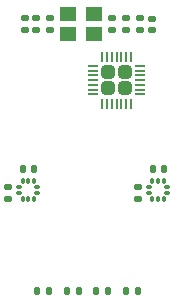
<source format=gbr>
%TF.GenerationSoftware,KiCad,Pcbnew,8.0.6-8.0.6-0~ubuntu20.04.1*%
%TF.CreationDate,2024-11-07T01:45:43+05:00*%
%TF.ProjectId,AH3,4148332e-6b69-4636-9164-5f7063625858,rev?*%
%TF.SameCoordinates,Original*%
%TF.FileFunction,Paste,Top*%
%TF.FilePolarity,Positive*%
%FSLAX46Y46*%
G04 Gerber Fmt 4.6, Leading zero omitted, Abs format (unit mm)*
G04 Created by KiCad (PCBNEW 8.0.6-8.0.6-0~ubuntu20.04.1) date 2024-11-07 01:45:43*
%MOMM*%
%LPD*%
G01*
G04 APERTURE LIST*
G04 Aperture macros list*
%AMRoundRect*
0 Rectangle with rounded corners*
0 $1 Rounding radius*
0 $2 $3 $4 $5 $6 $7 $8 $9 X,Y pos of 4 corners*
0 Add a 4 corners polygon primitive as box body*
4,1,4,$2,$3,$4,$5,$6,$7,$8,$9,$2,$3,0*
0 Add four circle primitives for the rounded corners*
1,1,$1+$1,$2,$3*
1,1,$1+$1,$4,$5*
1,1,$1+$1,$6,$7*
1,1,$1+$1,$8,$9*
0 Add four rect primitives between the rounded corners*
20,1,$1+$1,$2,$3,$4,$5,0*
20,1,$1+$1,$4,$5,$6,$7,0*
20,1,$1+$1,$6,$7,$8,$9,0*
20,1,$1+$1,$8,$9,$2,$3,0*%
G04 Aperture macros list end*
%ADD10RoundRect,0.250000X-0.315000X-0.315000X0.315000X-0.315000X0.315000X0.315000X-0.315000X0.315000X0*%
%ADD11RoundRect,0.050000X-0.337500X-0.050000X0.337500X-0.050000X0.337500X0.050000X-0.337500X0.050000X0*%
%ADD12RoundRect,0.050000X-0.050000X-0.337500X0.050000X-0.337500X0.050000X0.337500X-0.050000X0.337500X0*%
%ADD13RoundRect,0.140000X-0.170000X0.140000X-0.170000X-0.140000X0.170000X-0.140000X0.170000X0.140000X0*%
%ADD14RoundRect,0.135000X0.135000X0.185000X-0.135000X0.185000X-0.135000X-0.185000X0.135000X-0.185000X0*%
%ADD15RoundRect,0.087500X-0.125000X-0.087500X0.125000X-0.087500X0.125000X0.087500X-0.125000X0.087500X0*%
%ADD16RoundRect,0.087500X-0.087500X-0.125000X0.087500X-0.125000X0.087500X0.125000X-0.087500X0.125000X0*%
%ADD17RoundRect,0.135000X0.185000X-0.135000X0.185000X0.135000X-0.185000X0.135000X-0.185000X-0.135000X0*%
%ADD18RoundRect,0.140000X0.170000X-0.140000X0.170000X0.140000X-0.170000X0.140000X-0.170000X-0.140000X0*%
%ADD19RoundRect,0.140000X-0.140000X-0.170000X0.140000X-0.170000X0.140000X0.170000X-0.140000X0.170000X0*%
%ADD20RoundRect,0.147500X0.147500X0.172500X-0.147500X0.172500X-0.147500X-0.172500X0.147500X-0.172500X0*%
%ADD21R,1.400000X1.200000*%
G04 APERTURE END LIST*
D10*
%TO.C,U3*%
X138262500Y-87000000D03*
X138262500Y-88400000D03*
X139662500Y-87000000D03*
X139662500Y-88400000D03*
D11*
X136975000Y-86500000D03*
X136975000Y-86900000D03*
X136975000Y-87300000D03*
X136975000Y-87700000D03*
X136975000Y-88100000D03*
X136975000Y-88500000D03*
X136975000Y-88900000D03*
D12*
X137762500Y-89687500D03*
X138162500Y-89687500D03*
X138562500Y-89687500D03*
X138962500Y-89687500D03*
X139362500Y-89687500D03*
X139762500Y-89687500D03*
X140162500Y-89687500D03*
D11*
X140950000Y-88900000D03*
X140950000Y-88500000D03*
X140950000Y-88100000D03*
X140950000Y-87700000D03*
X140950000Y-87300000D03*
X140950000Y-86900000D03*
X140950000Y-86500000D03*
D12*
X140162500Y-85712500D03*
X139762500Y-85712500D03*
X139362500Y-85712500D03*
X138962500Y-85712500D03*
X138562500Y-85712500D03*
X138162500Y-85712500D03*
X137762500Y-85712500D03*
%TD*%
D13*
%TO.C,C1*%
X129750000Y-96770000D03*
X129750000Y-97730000D03*
%TD*%
D14*
%TO.C,R9*%
X138260000Y-105550000D03*
X137240000Y-105550000D03*
%TD*%
D15*
%TO.C,U2*%
X141737500Y-96737500D03*
X141737500Y-97237500D03*
D16*
X142000000Y-97750000D03*
X142500000Y-97750000D03*
X143000000Y-97750000D03*
D15*
X143262500Y-97237500D03*
X143262500Y-96737500D03*
D16*
X143000000Y-96225000D03*
X142500000Y-96225000D03*
X142000000Y-96225000D03*
%TD*%
D13*
%TO.C,C5*%
X138600000Y-82470000D03*
X138600000Y-83430000D03*
%TD*%
%TO.C,C8*%
X141950000Y-82520000D03*
X141950000Y-83480000D03*
%TD*%
D17*
%TO.C,R1*%
X139770000Y-83480000D03*
X139770000Y-82460000D03*
%TD*%
D14*
%TO.C,R10*%
X140760000Y-105550000D03*
X139740000Y-105550000D03*
%TD*%
D13*
%TO.C,C3*%
X140750000Y-96777500D03*
X140750000Y-97737500D03*
%TD*%
D18*
%TO.C,C7*%
X132150000Y-83430000D03*
X132150000Y-82470000D03*
%TD*%
D19*
%TO.C,C2*%
X131040000Y-95250000D03*
X132000000Y-95250000D03*
%TD*%
D20*
%TO.C,D1*%
X135735000Y-105550000D03*
X134765000Y-105550000D03*
%TD*%
D17*
%TO.C,R2*%
X140950000Y-83490000D03*
X140950000Y-82470000D03*
%TD*%
D15*
%TO.C,U1*%
X130737500Y-96750000D03*
X130737500Y-97250000D03*
D16*
X131000000Y-97762500D03*
X131500000Y-97762500D03*
X132000000Y-97762500D03*
D15*
X132262500Y-97250000D03*
X132262500Y-96750000D03*
D16*
X132000000Y-96237500D03*
X131500000Y-96237500D03*
X131000000Y-96237500D03*
%TD*%
D19*
%TO.C,C4*%
X142040000Y-95237500D03*
X143000000Y-95237500D03*
%TD*%
D14*
%TO.C,R8*%
X133260000Y-105550000D03*
X132240000Y-105550000D03*
%TD*%
D21*
%TO.C,Y1*%
X137070000Y-82080000D03*
X134870000Y-82080000D03*
X134870000Y-83780000D03*
X137070000Y-83780000D03*
%TD*%
D18*
%TO.C,C6*%
X133350000Y-83430000D03*
X133350000Y-82470000D03*
%TD*%
D17*
%TO.C,R7*%
X131210000Y-83460000D03*
X131210000Y-82440000D03*
%TD*%
M02*

</source>
